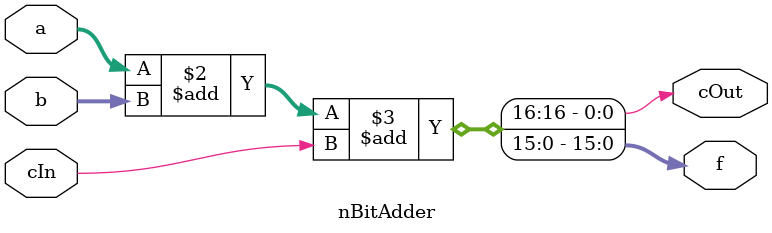
<source format=v>
module nBitAdder(f, cOut, a, b, cIn);
  parameter n = 15;

  output reg [n:0] f;
  output reg cOut;
  input [n:0] a;
  input [n:0] b;
  input cIn;

  always @(a, b, cIn)
    {cOut, f} = a + b + cIn;
endmodule

</source>
